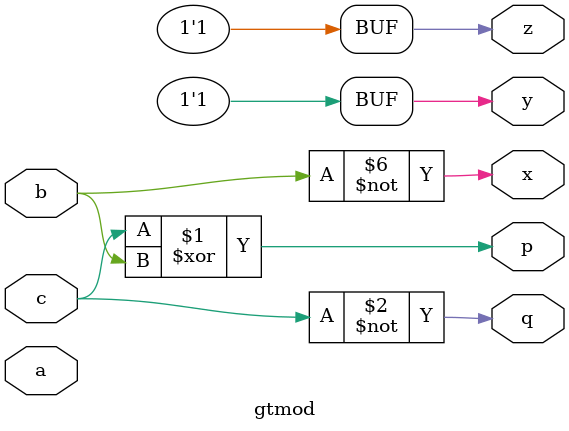
<source format=v>
module  gtmod(a,b,c,x,y,z,p,q);
input a,b,c;
output x,y,z,p,q;
xor xor1(p,c,b);
nor n1(q,c);
nand nd1(y,a,b);
not and2(x,a,b);
or or1(z,a,b);


endmodule





</source>
